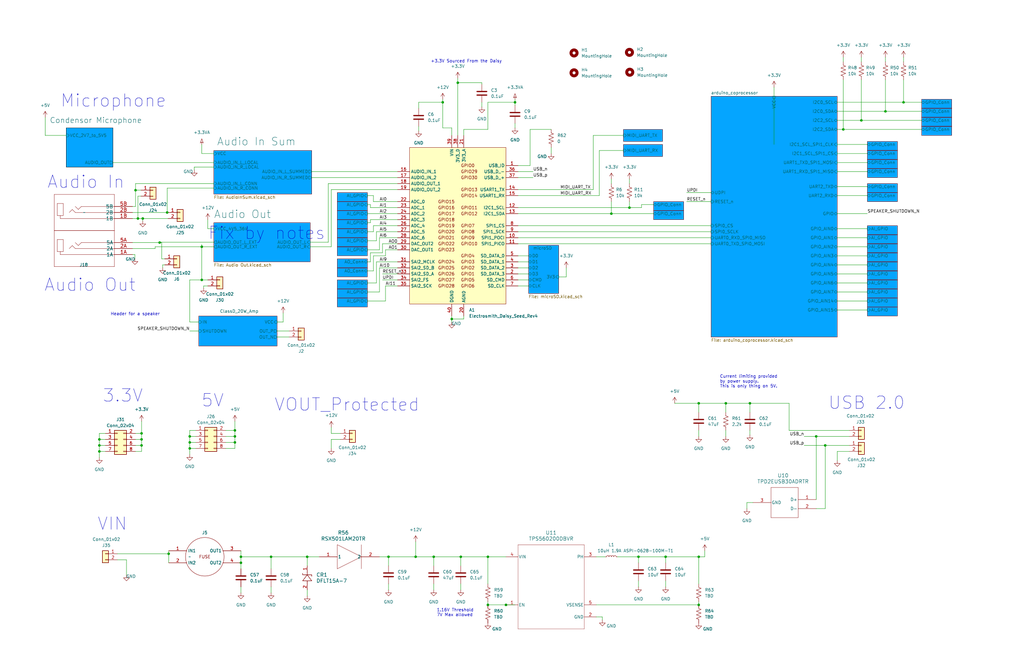
<source format=kicad_sch>
(kicad_sch (version 20230121) (generator eeschema)
  (paper "B")
  (junction (at 190.5 134.62))
  (junction (at 80.01 186.69))
  (junction (at 205.74 234.95))
  (junction (at 99.06 181.61))
  (junction (at 80.01 189.23))
  (junction (at 257.81 90.17))
  (junction (at 58.166 92.202))
  (junction (at 85.09 104.14))
  (junction (at 294.64 170.18))
  (junction (at 57.15 80.264))
  (junction (at 205.74 255.27))
  (junction (at 101.6 234.95))
  (junction (at 163.83 234.95))
  (junction (at 71.12 233.68))
  (junction (at 70.485 89.662))
  (junction (at 363.22 50.8))
  (junction (at 194.31 234.95))
  (junction (at 175.26 234.95))
  (junction (at 59.69 187.96))
  (junction (at 193.04 34.925))
  (junction (at 373.38 46.99))
  (junction (at 85.09 118.11))
  (junction (at 99.06 186.69))
  (junction (at 59.69 182.88))
  (junction (at 101.6 237.49))
  (junction (at 67.31 102.362))
  (junction (at 41.91 187.96))
  (junction (at 217.17 43.18))
  (junction (at 60.198 92.202))
  (junction (at 316.23 170.18))
  (junction (at 265.43 87.63))
  (junction (at 186.69 43.18))
  (junction (at 294.64 234.95))
  (junction (at 381 43.18))
  (junction (at 99.06 184.15))
  (junction (at 80.01 184.15))
  (junction (at 114.3 234.95))
  (junction (at 41.91 185.42))
  (junction (at 355.6 54.61))
  (junction (at 269.24 234.95))
  (junction (at 306.07 170.18))
  (junction (at 280.67 234.95))
  (junction (at 41.91 190.5))
  (junction (at 213.36 255.27))
  (junction (at 129.54 234.95))
  (junction (at 182.88 234.95))
  (junction (at 294.64 255.27))
  (junction (at 59.69 185.42))
  (junction (at 344.17 184.15))
  (junction (at 347.98 187.96))
  (wire (pts (xy 353.06 96.52) (xy 365.76 96.52)))
  (wire (pts (xy 217.17 255.27) (xy 213.36 255.27)))
  (wire (pts (xy 275.59 86.36) (xy 270.51 86.36)))
  (wire (pts (xy 44.45 182.88) (xy 41.91 182.88)))
  (wire (pts (xy 218.44 113.03) (xy 222.885 113.03)))
  (wire (pts (xy 70.485 89.662) (xy 70.866 89.662)))
  (wire (pts (xy 269.24 234.95) (xy 280.67 234.95)))
  (wire (pts (xy 85.09 118.11) (xy 87.63 118.11)))
  (wire (pts (xy 353.06 115.57) (xy 365.76 115.57)))
  (wire (pts (xy 139.7 180.34) (xy 139.7 182.88)))
  (wire (pts (xy 129.54 234.95) (xy 114.3 234.95)))
  (wire (pts (xy 353.06 54.61) (xy 355.6 54.61)))
  (wire (pts (xy 223.52 69.85) (xy 218.44 69.85)))
  (wire (pts (xy 353.06 46.99) (xy 373.38 46.99)))
  (wire (pts (xy 217.17 41.91) (xy 217.17 43.18)))
  (wire (pts (xy 158.75 110.49) (xy 167.64 110.49)))
  (wire (pts (xy 154.94 86.36) (xy 156.21 86.36)))
  (wire (pts (xy 353.06 104.14) (xy 365.76 104.14)))
  (wire (pts (xy 119.38 135.89) (xy 116.84 135.89)))
  (wire (pts (xy 332.74 181.61) (xy 332.74 170.18)))
  (wire (pts (xy 85.09 103.124) (xy 85.09 104.14)))
  (wire (pts (xy 139.7 185.42) (xy 139.7 189.23)))
  (wire (pts (xy 134.62 234.95) (xy 129.54 234.95)))
  (wire (pts (xy 161.29 102.87) (xy 167.64 102.87)))
  (wire (pts (xy 57.15 87.122) (xy 57.15 80.264)))
  (wire (pts (xy 265.43 75.565) (xy 265.43 77.47)))
  (wire (pts (xy 195.58 133.35) (xy 195.58 134.62)))
  (wire (pts (xy 80.01 139.7) (xy 83.82 139.7)))
  (wire (pts (xy 190.5 53.975) (xy 190.5 57.15)))
  (wire (pts (xy 154.94 90.17) (xy 167.64 90.17)))
  (wire (pts (xy 67.31 102.362) (xy 67.31 102.235)))
  (wire (pts (xy 114.3 234.95) (xy 114.3 240.03)))
  (wire (pts (xy 182.88 234.95) (xy 182.88 238.76)))
  (wire (pts (xy 218.44 100.33) (xy 299.847 100.33)))
  (wire (pts (xy 99.06 186.69) (xy 99.06 189.23)))
  (wire (pts (xy 167.64 105.41) (xy 162.56 105.41)))
  (wire (pts (xy 353.06 72.39) (xy 365.76 72.39)))
  (wire (pts (xy 156.21 87.63) (xy 167.64 87.63)))
  (wire (pts (xy 156.21 93.98) (xy 156.21 92.71)))
  (wire (pts (xy 67.31 102.235) (xy 90.17 102.235)))
  (wire (pts (xy 80.01 189.23) (xy 82.55 189.23)))
  (wire (pts (xy 101.6 234.95) (xy 101.6 237.49)))
  (wire (pts (xy 182.88 234.95) (xy 194.31 234.95)))
  (wire (pts (xy 57.15 182.88) (xy 59.69 182.88)))
  (wire (pts (xy 156.21 86.36) (xy 156.21 87.63)))
  (wire (pts (xy 332.74 170.18) (xy 316.23 170.18)))
  (wire (pts (xy 114.3 234.95) (xy 101.6 234.95)))
  (wire (pts (xy 344.17 184.15) (xy 358.14 184.15)))
  (wire (pts (xy 95.25 181.61) (xy 99.06 181.61)))
  (wire (pts (xy 223.52 54.61) (xy 223.52 69.85)))
  (wire (pts (xy 99.06 189.23) (xy 95.25 189.23)))
  (wire (pts (xy 224.79 74.93) (xy 218.44 74.93)))
  (wire (pts (xy 53.34 236.22) (xy 53.34 242.57)))
  (wire (pts (xy 353.06 50.8) (xy 363.22 50.8)))
  (wire (pts (xy 218.44 90.17) (xy 257.81 90.17)))
  (wire (pts (xy 129.54 234.95) (xy 129.54 238.76)))
  (wire (pts (xy 58.166 82.804) (xy 58.166 92.202)))
  (wire (pts (xy 49.53 233.68) (xy 71.12 233.68)))
  (wire (pts (xy 139.7 182.88) (xy 143.51 182.88)))
  (wire (pts (xy 154.94 119.38) (xy 158.75 119.38)))
  (wire (pts (xy 80.01 118.11) (xy 85.09 118.11)))
  (wire (pts (xy 160.02 123.19) (xy 160.02 113.03)))
  (wire (pts (xy 218.44 82.55) (xy 252.73 82.55)))
  (wire (pts (xy 81.915 70.485) (xy 90.17 70.485)))
  (wire (pts (xy 138.43 102.235) (xy 130.81 102.235)))
  (wire (pts (xy 154.94 127) (xy 162.56 127)))
  (wire (pts (xy 218.44 115.57) (xy 222.885 115.57)))
  (wire (pts (xy 373.38 33.655) (xy 373.38 46.99)))
  (wire (pts (xy 161.29 106.68) (xy 156.21 106.68)))
  (wire (pts (xy 41.91 190.5) (xy 44.45 190.5)))
  (wire (pts (xy 306.07 184.15) (xy 306.07 181.61)))
  (wire (pts (xy 99.06 184.15) (xy 99.06 186.69)))
  (wire (pts (xy 162.56 120.65) (xy 167.64 120.65)))
  (wire (pts (xy 161.29 102.87) (xy 161.29 106.68)))
  (wire (pts (xy 339.09 184.15) (xy 344.17 184.15)))
  (wire (pts (xy 194.31 246.38) (xy 194.31 248.92)))
  (wire (pts (xy 87.63 96.52) (xy 90.17 96.52)))
  (wire (pts (xy 70.485 79.375) (xy 70.485 89.662)))
  (wire (pts (xy 294.64 170.18) (xy 294.64 173.99)))
  (wire (pts (xy 316.23 181.61) (xy 316.23 183.515)))
  (wire (pts (xy 252.73 63.5) (xy 252.73 82.55)))
  (wire (pts (xy 163.83 234.95) (xy 175.26 234.95)))
  (wire (pts (xy 56.896 109.093) (xy 56.896 107.442)))
  (wire (pts (xy 99.06 177.8) (xy 99.06 181.61)))
  (wire (pts (xy 80.01 186.69) (xy 82.55 186.69)))
  (wire (pts (xy 186.69 53.975) (xy 190.5 53.975)))
  (wire (pts (xy 217.17 44.45) (xy 217.17 43.18)))
  (wire (pts (xy 57.15 185.42) (xy 59.69 185.42)))
  (wire (pts (xy 80.01 135.89) (xy 80.01 118.11)))
  (wire (pts (xy 203.2 43.18) (xy 203.2 45.085)))
  (wire (pts (xy 131.445 72.39) (xy 167.64 72.39)))
  (wire (pts (xy 353.06 190.5) (xy 353.06 194.31)))
  (wire (pts (xy 71.12 232.41) (xy 71.12 233.68)))
  (wire (pts (xy 193.04 34.925) (xy 193.04 57.15)))
  (wire (pts (xy 163.83 234.95) (xy 163.83 238.76)))
  (wire (pts (xy 95.25 184.15) (xy 99.06 184.15)))
  (wire (pts (xy 80.01 186.69) (xy 80.01 189.23)))
  (wire (pts (xy 139.7 80.01) (xy 167.64 80.01)))
  (wire (pts (xy 294.64 181.61) (xy 294.64 184.15)))
  (wire (pts (xy 85.09 64.77) (xy 90.17 64.77)))
  (wire (pts (xy 294.64 170.18) (xy 284.48 170.18)))
  (wire (pts (xy 218.44 87.63) (xy 265.43 87.63)))
  (wire (pts (xy 251.46 260.35) (xy 254 260.35)))
  (wire (pts (xy 157.48 82.55) (xy 157.48 85.09)))
  (wire (pts (xy 139.7 104.14) (xy 130.81 104.14)))
  (wire (pts (xy 314.96 212.09) (xy 314.96 214.63)))
  (wire (pts (xy 59.69 185.42) (xy 59.69 187.96)))
  (wire (pts (xy 186.69 43.18) (xy 186.69 53.975)))
  (wire (pts (xy 218.44 72.39) (xy 224.79 72.39)))
  (wire (pts (xy 157.48 95.25) (xy 167.64 95.25)))
  (wire (pts (xy 235.585 116.84) (xy 238.76 116.84)))
  (wire (pts (xy 175.26 234.95) (xy 182.88 234.95)))
  (wire (pts (xy 154.94 101.6) (xy 158.75 101.6)))
  (wire (pts (xy 81.915 71.755) (xy 81.915 70.485)))
  (wire (pts (xy 195.58 54.61) (xy 195.58 57.15)))
  (wire (pts (xy 294.64 246.38) (xy 294.64 234.95)))
  (wire (pts (xy 99.06 181.61) (xy 99.06 184.15)))
  (wire (pts (xy 161.29 118.11) (xy 167.64 118.11)))
  (wire (pts (xy 157.48 114.3) (xy 154.94 114.3)))
  (wire (pts (xy 156.21 106.68) (xy 156.21 110.49)))
  (wire (pts (xy 195.58 134.62) (xy 190.5 134.62)))
  (wire (pts (xy 59.436 82.804) (xy 58.166 82.804)))
  (wire (pts (xy 85.852 120.65) (xy 85.852 121.539)))
  (wire (pts (xy 353.06 119.38) (xy 365.76 119.38)))
  (wire (pts (xy 353.06 100.33) (xy 365.76 100.33)))
  (wire (pts (xy 186.69 41.91) (xy 186.69 43.18)))
  (wire (pts (xy 157.48 85.09) (xy 167.64 85.09)))
  (wire (pts (xy 69.469 109.22) (xy 68.199 109.22)))
  (wire (pts (xy 59.69 187.96) (xy 59.69 190.5)))
  (wire (pts (xy 218.44 107.95) (xy 222.885 107.95)))
  (wire (pts (xy 156.21 110.49) (xy 154.94 110.49)))
  (wire (pts (xy 175.26 228.6) (xy 175.26 234.95)))
  (wire (pts (xy 190.5 134.62) (xy 190.5 135.89)))
  (wire (pts (xy 257.81 75.565) (xy 257.81 77.47)))
  (wire (pts (xy 176.53 43.18) (xy 186.69 43.18)))
  (wire (pts (xy 160.02 234.95) (xy 163.83 234.95)))
  (wire (pts (xy 205.74 43.18) (xy 205.74 54.61)))
  (wire (pts (xy 355.6 54.61) (xy 388.62 54.61)))
  (wire (pts (xy 154.94 123.19) (xy 160.02 123.19)))
  (wire (pts (xy 138.43 77.47) (xy 167.64 77.47)))
  (wire (pts (xy 49.53 236.22) (xy 53.34 236.22)))
  (wire (pts (xy 260.35 234.95) (xy 269.24 234.95)))
  (wire (pts (xy 289.56 85.09) (xy 299.847 85.09)))
  (wire (pts (xy 85.09 104.14) (xy 65.405 104.14)))
  (wire (pts (xy 250.19 57.15) (xy 250.19 80.01)))
  (wire (pts (xy 41.91 190.5) (xy 41.91 193.04)))
  (wire (pts (xy 57.15 80.264) (xy 59.436 80.264)))
  (wire (pts (xy 306.07 170.18) (xy 294.64 170.18)))
  (wire (pts (xy 218.44 95.25) (xy 299.847 95.25)))
  (wire (pts (xy 116.84 139.7) (xy 121.92 139.7)))
  (wire (pts (xy 41.91 185.42) (xy 41.91 187.96)))
  (wire (pts (xy 353.06 127) (xy 365.76 127)))
  (wire (pts (xy 59.69 190.5) (xy 57.15 190.5)))
  (wire (pts (xy 71.12 233.68) (xy 71.12 237.49)))
  (wire (pts (xy 116.84 142.24) (xy 121.92 142.24)))
  (wire (pts (xy 339.09 187.96) (xy 347.98 187.96)))
  (wire (pts (xy 55.88 102.362) (xy 67.31 102.362)))
  (wire (pts (xy 297.18 232.41) (xy 297.18 234.95)))
  (wire (pts (xy 47.625 68.58) (xy 90.17 68.58)))
  (wire (pts (xy 353.06 68.58) (xy 365.76 68.58)))
  (wire (pts (xy 218.44 120.65) (xy 222.885 120.65)))
  (wire (pts (xy 358.14 181.61) (xy 332.74 181.61)))
  (wire (pts (xy 129.54 248.92) (xy 129.54 251.46)))
  (wire (pts (xy 154.94 105.41) (xy 160.02 105.41)))
  (wire (pts (xy 158.75 101.6) (xy 158.75 97.79)))
  (wire (pts (xy 68.199 102.362) (xy 67.31 102.362)))
  (wire (pts (xy 119.38 135.89) (xy 119.38 132.08)))
  (wire (pts (xy 60.198 92.202) (xy 60.198 93.218)))
  (wire (pts (xy 280.67 234.95) (xy 280.67 237.49)))
  (wire (pts (xy 41.91 182.88) (xy 41.91 185.42)))
  (wire (pts (xy 381 33.655) (xy 381 43.18)))
  (wire (pts (xy 163.83 246.38) (xy 163.83 248.92)))
  (wire (pts (xy 57.15 80.264) (xy 57.15 77.47)))
  (wire (pts (xy 158.75 119.38) (xy 158.75 110.49)))
  (wire (pts (xy 269.24 234.95) (xy 269.24 237.49)))
  (wire (pts (xy 218.44 80.01) (xy 250.19 80.01)))
  (wire (pts (xy 262.89 63.5) (xy 252.73 63.5)))
  (wire (pts (xy 19.05 57.15) (xy 19.05 49.53)))
  (wire (pts (xy 353.06 130.81) (xy 365.76 130.81)))
  (wire (pts (xy 316.23 170.18) (xy 316.23 173.99)))
  (wire (pts (xy 139.7 80.01) (xy 139.7 104.14)))
  (wire (pts (xy 232.41 62.23) (xy 232.41 64.77)))
  (wire (pts (xy 65.405 104.14) (xy 65.405 104.902)))
  (wire (pts (xy 58.166 92.202) (xy 60.198 92.202)))
  (wire (pts (xy 355.6 33.655) (xy 355.6 54.61)))
  (wire (pts (xy 80.01 189.23) (xy 80.01 191.77)))
  (wire (pts (xy 80.01 184.15) (xy 82.55 184.15)))
  (wire (pts (xy 381 43.18) (xy 388.62 43.18)))
  (wire (pts (xy 57.15 187.96) (xy 59.69 187.96)))
  (wire (pts (xy 143.51 185.42) (xy 139.7 185.42)))
  (wire (pts (xy 56.896 107.442) (xy 55.88 107.442)))
  (wire (pts (xy 41.91 187.96) (xy 41.91 190.5)))
  (wire (pts (xy 194.31 234.95) (xy 194.31 238.76)))
  (wire (pts (xy 217.17 52.07) (xy 217.17 53.975)))
  (wire (pts (xy 347.98 214.63) (xy 347.98 187.96)))
  (wire (pts (xy 232.41 54.61) (xy 223.52 54.61)))
  (wire (pts (xy 257.81 90.17) (xy 275.59 90.17)))
  (wire (pts (xy 353.06 43.18) (xy 381 43.18)))
  (wire (pts (xy 154.94 97.79) (xy 157.48 97.79)))
  (wire (pts (xy 347.98 187.96) (xy 358.14 187.96)))
  (wire (pts (xy 131.445 74.93) (xy 167.64 74.93)))
  (wire (pts (xy 87.63 92.71) (xy 87.63 96.52)))
  (wire (pts (xy 194.31 234.95) (xy 205.74 234.95)))
  (wire (pts (xy 162.56 127) (xy 162.56 120.65)))
  (wire (pts (xy 27.94 57.15) (xy 19.05 57.15)))
  (wire (pts (xy 41.91 185.42) (xy 44.45 185.42)))
  (wire (pts (xy 265.43 85.09) (xy 265.43 87.63)))
  (wire (pts (xy 306.07 170.18) (xy 306.07 173.99)))
  (wire (pts (xy 55.88 92.202) (xy 58.166 92.202)))
  (wire (pts (xy 68.199 102.362) (xy 68.199 109.22)))
  (wire (pts (xy 353.06 82.55) (xy 365.76 82.55)))
  (wire (pts (xy 114.3 247.65) (xy 114.3 250.19)))
  (wire (pts (xy 160.02 113.03) (xy 167.64 113.03)))
  (wire (pts (xy 218.44 118.11) (xy 222.885 118.11)))
  (wire (pts (xy 65.405 104.902) (xy 55.88 104.902)))
  (wire (pts (xy 101.6 237.49) (xy 101.6 240.03)))
  (wire (pts (xy 363.22 24.13) (xy 363.22 26.035)))
  (wire (pts (xy 57.15 77.47) (xy 90.17 77.47)))
  (wire (pts (xy 156.21 92.71) (xy 167.64 92.71)))
  (wire (pts (xy 90.17 79.375) (xy 70.485 79.375)))
  (wire (pts (xy 289.56 81.28) (xy 299.847 81.28)))
  (wire (pts (xy 85.09 60.96) (xy 85.09 64.77)))
  (wire (pts (xy 203.2 34.925) (xy 193.04 34.925)))
  (wire (pts (xy 218.44 97.79) (xy 299.847 97.79)))
  (wire (pts (xy 41.91 187.96) (xy 44.45 187.96)))
  (wire (pts (xy 363.22 33.655) (xy 363.22 50.8)))
  (wire (pts (xy 154.94 82.55) (xy 157.48 82.55)))
  (wire (pts (xy 190.5 133.35) (xy 190.5 134.62)))
  (wire (pts (xy 250.19 57.15) (xy 262.89 57.15)))
  (wire (pts (xy 205.74 255.27) (xy 213.36 255.27)))
  (wire (pts (xy 218.44 110.49) (xy 222.885 110.49)))
  (wire (pts (xy 69.469 111.76) (xy 68.58 111.76)))
  (wire (pts (xy 363.22 50.8) (xy 388.62 50.8)))
  (wire (pts (xy 205.74 254) (xy 205.74 255.27)))
  (wire (pts (xy 353.06 111.76) (xy 365.76 111.76)))
  (wire (pts (xy 205.74 234.95) (xy 205.74 246.38)))
  (wire (pts (xy 251.46 234.95) (xy 255.27 234.95)))
  (wire (pts (xy 176.53 53.34) (xy 176.53 55.245)))
  (wire (pts (xy 101.6 232.41) (xy 101.6 234.95)))
  (wire (pts (xy 270.51 86.36) (xy 270.51 87.63)))
  (wire (pts (xy 254 260.35) (xy 254 261.62)))
  (wire (pts (xy 205.74 54.61) (xy 195.58 54.61)))
  (wire (pts (xy 80.01 181.61) (xy 80.01 184.15)))
  (wire (pts (xy 353.06 123.19) (xy 365.76 123.19)))
  (wire (pts (xy 160.02 105.41) (xy 160.02 100.33)))
  (wire (pts (xy 176.53 45.72) (xy 176.53 43.18)))
  (wire (pts (xy 326.39 36.83) (xy 326.39 60.96)))
  (wire (pts (xy 83.82 135.89) (xy 80.01 135.89)))
  (wire (pts (xy 161.29 115.57) (xy 167.64 115.57)))
  (wire (pts (xy 162.56 107.95) (xy 157.48 107.95)))
  (wire (pts (xy 269.24 245.11) (xy 269.24 247.65)))
  (wire (pts (xy 203.2 35.56) (xy 203.2 34.925)))
  (wire (pts (xy 154.94 93.98) (xy 156.21 93.98)))
  (wire (pts (xy 353.06 90.17) (xy 365.76 90.17)))
  (wire (pts (xy 85.09 104.14) (xy 90.17 104.14)))
  (wire (pts (xy 55.88 89.662) (xy 70.485 89.662)))
  (wire (pts (xy 101.6 247.65) (xy 101.6 250.19)))
  (wire (pts (xy 358.14 190.5) (xy 353.06 190.5)))
  (wire (pts (xy 158.75 97.79) (xy 167.64 97.79)))
  (wire (pts (xy 138.43 77.47) (xy 138.43 102.235)))
  (wire (pts (xy 317.5 212.09) (xy 314.96 212.09)))
  (wire (pts (xy 373.38 24.13) (xy 373.38 26.035)))
  (wire (pts (xy 193.04 33.02) (xy 193.04 34.925)))
  (wire (pts (xy 82.55 181.61) (xy 80.01 181.61)))
  (wire (pts (xy 270.51 87.63) (xy 265.43 87.63)))
  (wire (pts (xy 294.64 234.95) (xy 280.67 234.95)))
  (wire (pts (xy 280.67 245.11) (xy 280.67 247.65)))
  (wire (pts (xy 157.48 107.95) (xy 157.48 114.3)))
  (wire (pts (xy 80.01 184.15) (xy 80.01 186.69)))
  (wire (pts (xy 381 24.13) (xy 381 26.035)))
  (wire (pts (xy 157.48 97.79) (xy 157.48 95.25)))
  (wire (pts (xy 68.58 111.76) (xy 68.58 112.903)))
  (wire (pts (xy 238.76 113.03) (xy 238.76 116.84)))
  (wire (pts (xy 355.6 24.13) (xy 355.6 26.035)))
  (wire (pts (xy 353.06 60.96) (xy 365.76 60.96)))
  (wire (pts (xy 353.06 78.74) (xy 365.76 78.74)))
  (wire (pts (xy 218.44 102.87) (xy 299.847 102.87)))
  (wire (pts (xy 294.64 254) (xy 294.64 255.27)))
  (wire (pts (xy 59.69 177.8) (xy 59.69 182.88)))
  (wire (pts (xy 373.38 46.99) (xy 388.62 46.99)))
  (wire (pts (xy 160.02 100.33) (xy 167.64 100.33)))
  (wire (pts (xy 60.198 92.202) (xy 70.866 92.202)))
  (wire (pts (xy 353.06 64.77) (xy 365.76 64.77)))
  (wire (pts (xy 85.09 104.14) (xy 85.09 118.11)))
  (wire (pts (xy 251.46 255.27) (xy 294.64 255.27)))
  (wire (pts (xy 344.17 214.63) (xy 347.98 214.63)))
  (wire (pts (xy 95.25 186.69) (xy 99.06 186.69)))
  (wire (pts (xy 87.63 120.65) (xy 85.852 120.65)))
  (wire (pts (xy 59.69 182.88) (xy 59.69 185.42)))
  (wire (pts (xy 344.17 210.82) (xy 344.17 184.15)))
  (wire (pts (xy 57.15 87.122) (xy 55.88 87.122)))
  (wire (pts (xy 353.06 107.95) (xy 365.76 107.95)))
  (wire (pts (xy 257.81 85.09) (xy 257.81 90.17)))
  (wire (pts (xy 182.88 246.38) (xy 182.88 248.92)))
  (wire (pts (xy 162.56 105.41) (xy 162.56 107.95)))
  (wire (pts (xy 297.18 234.95) (xy 294.64 234.95)))
  (wire (pts (xy 205.74 234.95) (xy 213.36 234.95)))
  (wire (pts (xy 316.23 170.18) (xy 306.07 170.18)))
  (wire (pts (xy 217.17 43.18) (xy 205.74 43.18)))
  (text "VOUT_Protected" (at 115.57 173.99 0) (effects (font (size 5.27 5.27)) (justify left bottom)))
  (text "5V" (at 84.836 172.212 0) (effects (font (size 5.27 5.27)) (justify left bottom)))
  (text "Speaker Driver" (at 459.74 109.22 0) (effects (font (size 5.27 5.27)) (justify left bottom)))
  (text "1.16V Threshold\n7V Max allowed" (at 184.15 260.35 0) (effects (font (size 1.27 1.27)) (justify left bottom)))
  (text "+3.3V Sourced From the Daisy" (at 181.61 26.67 0) (effects (font (size 1.27 1.27)) (justify left bottom)))
  (text "NIce Looking LEDs\n" (at 459.74 59.69 0) (effects (font (size 5.27 5.27)) (justify left bottom)))
  (text "USB 2.0" (at 349.123 173.228 0) (effects (font (size 5.27 5.27)) (justify left bottom)))
  (text "Eurorack +-10V compatibility?\n\nAdd op amp that can be configured for either?" (at 459.74 125.73 0) (effects (font (size 5.27 5.27)) (justify left bottom)))
  (text "3.3V" (at 43.18 170.18 0) (effects (font (size 5.27 5.27)) (justify left bottom)))
  (text "Power/Battery connector/Input protection\n" (at 459.74 87.63 0) (effects (font (size 5.27 5.27)) (justify left bottom)))
  (text "ESD Protection?" (at 459.74 -8.89 0) (effects (font (size 5.27 5.27)) (justify left bottom)))
  (text "VIN" (at 53.721 224.282 0) (effects (font (size 5.27 5.27)) (justify right bottom)))
  (text "USB Host" (at 463.55 41.91 0) (effects (font (size 5.27 5.27)) (justify left bottom)))
  (text "Microphone" (at 25.4 45.72 0) (effects (font (size 5.27 5.27)) (justify left bottom)))
  (text "Header for a speaker" (at 46.609 133.35 0) (effects (font (size 1.27 1.27)) (justify left bottom)))
  (text "Audio Out" (at 18.542 123.444 0) (effects (font (size 5.27 5.27)) (justify left bottom)))
  (text "Audio In" (at 19.812 80.01 0) (effects (font (size 5.27 5.27)) (justify left bottom)))
  (text "Sprinkle Decoupling\nBulk Decoupling" (at 459.74 13.97 0) (effects (font (size 5.27 5.27)) (justify left bottom)))
  (text "Current limiting provided\nby power supply.\nThis is only thing on 5V." (at 303.53 163.83 0) (effects (font (size 1.27 1.27)) (justify left bottom)))
  (text "Accelerometer/Magnometer/Gyroscope/Temperature Sensor" (at 640.08 21.59 0) (effects (font (size 5.27 5.27)) (justify left bottom)))
  (text "Fix by notes" (at 87.63 101.6 0) (effects (font (size 5.27 5.27)) (justify left bottom)))
  (label "AI2" (at 160.02 90.17 0))
  (label "RESET_n" (at 161.29 115.57 0))
  (label "SPEAKER_SHUTDOWN_N" (at 365.76 90.17 0))
  (label "AO1" (at 163.83 105.41 0))
  (label "SPEAKER_SHUTDOWN_N" (at 80.01 139.7 180))
  (label "AI5" (at 160.02 97.79 0))
  (label "AO0" (at 163.83 102.87 0))
  (label "AI9" (at 160.02 110.49 0))
  (label "UPDI" (at 289.56 81.28 0))
  (label "RESET_n" (at 289.56 85.09 0))
  (label "USB_n" (at 224.79 72.39 0))
  (label "AI3" (at 160.02 92.71 0))
  (label "AI1" (at 160.02 87.63 0))
  (label "AI0" (at 160.02 85.09 0))
  (label "AI6" (at 160.02 100.33 0))
  (label "MIDI_UART_TX" (at 236.22 80.01 0))
  (label "UPDI" (at 161.29 118.11 0))
  (label "MIDI_UART_RX" (at 236.22 82.55 0))
  (label "USB_p" (at 224.79 74.93 0))
  (label "USB_p" (at 339.09 187.96 180))
  (label "AI10" (at 160.02 113.03 0))
  (label "AI11" (at 162.56 120.65 0))
  (label "USB_n" (at 339.09 184.15 180))
  (label "AI4" (at 160.02 95.25 0))
  (symbol (lib_id "Device:R_US") (at 265.43 81.28 0) (unit 1)
    (property "Reference" "R11" (at 267.335 80.01 0) (effects (justify left)))
    (property "Value" "10k" (at 267.335 82.55 0) (effects (justify left)))
    (property "Footprint" "Resistor_SMD:R_0402_1005Metric" (effects hide))
  )
  (symbol (lib_id "Device:R_US") (at 355.6 29.845 0) (unit 1)
    (property "Reference" "R48" (at 357.505 28.575 0) (effects (justify left)))
    (property "Value" "10k" (at 357.505 31.115 0) (effects (justify left)))
    (property "Footprint" "Resistor_SMD:R_0402_1005Metric" (effects hide))
  )
  (symbol (lib_id "power:GND") (at 85.852 121.539 0) (unit 1)
    (property "Reference" "#PWR055" (effects hide))
    (property "Value" "GND" (at 85.852 126.619 0))
  )
  (symbol (lib_id "power:GND") (at 176.53 55.245 0) (unit 1)
    (property "Reference" "#PWR016" (effects hide))
    (property "Value" "GND" (at 176.53 60.325 0))
  )
  (symbol (lib_id "4ms_Power-symbol:+12V") (at 139.7 180.34 0) (unit 1)
    (property "Reference" "#PWR0152" (effects hide))
    (property "Value" "+12V" (at 139.7 175.26 0))
  )
  (symbol (lib_id "4ms_Connector:Conn_01x02") (at 148.59 182.88 0) (unit 1)
    (property "Reference" "J34" (at 148.59 191.389 0))
    (property "Value" "Conn_01x02" (at 148.59 188.849 0))
    (property "Footprint" "Connector_PinHeader_2.54mm:PinHeader_1x02_P2.54mm_Vertical" (effects hide))
    (property "Specifications" "Pins_01x02, Header, Male Pins, 1*2, spacing 2.54mm, straight pin" (effects hide))
    (property "Manufacturer" "TAD" (effects hide))
    (property "Part Number" "1-0201FBV0T" (effects hide))
  )
  (symbol (lib_id "4ms_Connector:Conn_01x02") (at 363.22 181.61 0) (unit 1)
    (property "Reference" "J33" (at 362.839 178.054 0))
    (property "Value" "Conn_01x02" (at 362.839 175.514 0))
    (property "Footprint" "Connector_PinHeader_2.54mm:PinHeader_1x02_P2.54mm_Vertical" (effects hide))
    (property "Specifications" "Pins_01x02, Header, Male Pins, 1*2, spacing 2.54mm, straight pin" (effects hide))
    (property "Manufacturer" "TAD" (effects hide))
    (property "Part Number" "1-0201FBV0T" (effects hide))
  )
  (symbol (lib_id "Device:R_US") (at 257.81 81.28 0) (unit 1)
    (property "Reference" "R6" (at 259.715 80.01 0) (effects (justify left)))
    (property "Value" "10k" (at 259.715 82.55 0) (effects (justify left)))
    (property "Footprint" "Resistor_SMD:R_0402_1005Metric" (effects hide))
  )
  (symbol (lib_id "power:GND") (at 316.23 183.515 0) (unit 1)
    (property "Reference" "#PWR0162" (effects hide))
    (property "Value" "GND" (at 316.23 188.595 0))
  )
  (symbol (lib_id "power:+3.3V") (at 193.04 33.02 0) (unit 1)
    (property "Reference" "#PWR013" (effects hide))
    (property "Value" "+3.3V" (at 193.04 27.94 0))
  )
  (symbol (lib_id "power:GND") (at 80.01 191.77 0) (unit 1)
    (property "Reference" "#PWR0153" (effects hide))
    (property "Value" "GND" (at 80.01 196.85 0))
  )
  (symbol (lib_id "power:GND") (at 41.91 193.04 0) (unit 1)
    (property "Reference" "#PWR0151" (effects hide))
    (property "Value" "GND" (at 41.91 198.12 0))
  )
  (symbol (lib_id "power:GND") (at 280.67 247.65 0) (unit 1)
    (property "Reference" "#PWR0163" (effects hide))
    (property "Value" "GND" (at 280.67 252.73 0))
  )
  (symbol (lib_id "Mechanical:MountingHole") (at 242.062 22.352 0) (unit 1)
    (property "Reference" "H1" (at 245.11 21.082 0) (effects (justify left)))
    (property "Value" "MountingHole" (at 245.11 23.622 0) (effects (justify left)))
    (property "Footprint" "MountingHole:MountingHole_3.2mm_M3_DIN965_Pad" (effects hide))
  )
  (symbol (lib_id "power:GND") (at 294.64 262.89 0) (unit 1)
    (property "Reference" "#PWR0164" (effects hide))
    (property "Value" "GND" (at 298.45 265.43 0))
  )
  (symbol (lib_id "Device:C") (at 163.83 242.57 0) (unit 1)
    (property "Reference" "C59" (at 167.64 241.3 0) (effects (justify left)))
    (property "Value" "0.1uF" (at 167.64 243.84 0) (effects (justify left)))
    (property "Footprint" "Capacitor_SMD:C_0402_1005Metric" (effects hide))
  )
  (symbol (lib_id "power:GND") (at 53.34 242.57 0) (unit 1)
    (property "Reference" "#PWR0139" (effects hide))
    (property "Value" "GND" (at 55.245 243.205 0))
  )
  (symbol (lib_id "4ms_Power-symbol:+12V") (at 87.63 92.71 0) (unit 1)
    (property "Reference" "#PWR0168" (effects hide))
    (property "Value" "+12V" (at 87.63 87.63 0))
  )
  (symbol (lib_id "Device:C") (at 194.31 242.57 0) (unit 1)
    (property "Reference" "C65" (at 198.12 241.3 0) (effects (justify left)))
    (property "Value" "0.1uF" (at 198.12 243.84 0) (effects (justify left)))
    (property "Footprint" "Capacitor_SMD:C_0402_1005Metric" (effects hide))
  )
  (symbol (lib_id "power:+5V") (at 297.18 232.41 0) (unit 1)
    (property "Reference" "#PWR0157" (effects hide))
    (property "Value" "+5V" (at 297.18 227.33 0))
  )
  (symbol (lib_id "Ultralibrarian_modified_symbols:STX-4235-3-3-N") (at 35.56 89.662 0) (mirror x) (unit 1)
    (property "Reference" "J18" (at 35.306 111.76 0))
    (property "Value" "~" (at 35.56 89.662 0))
    (property "Footprint" "Ultralibrarian:STX-4235-3-3-N" (effects hide))
  )
  (symbol (lib_id "Device:C") (at 176.53 49.53 0) (unit 1)
    (property "Reference" "C6" (at 180.34 48.26 0) (effects (justify left)))
    (property "Value" "0.1uF" (at 180.34 50.8 0) (effects (justify left)))
    (property "Footprint" "Capacitor_SMD:C_0603_1608Metric" (effects hide))
    (property "Specs" "0603, 16V" (effects hide))
  )
  (symbol (lib_id "Device:C") (at 114.3 243.84 0) (unit 1)
    (property "Reference" "C58" (at 118.11 242.57 0) (effects (justify left)))
    (property "Value" "0.1uF" (at 118.11 245.11 0) (effects (justify left)))
    (property "Footprint" "Capacitor_SMD:C_0402_1005Metric" (effects hide))
  )
  (symbol (lib_id "power:+3.3V") (at 355.6 24.13 0) (unit 1)
    (property "Reference" "#PWR052" (effects hide))
    (property "Value" "+3.3V" (at 355.6 19.05 0))
  )
  (symbol (lib_id "4ms_Power-symbol:+3.3VA") (at 85.09 60.96 0) (unit 1)
    (property "Reference" "#PWR0144" (effects hide))
    (property "Value" "+3.3VA" (at 85.09 55.88 0))
  )
  (symbol (lib_id "power:GND") (at 294.64 184.15 0) (unit 1)
    (property "Reference" "#PWR0160" (effects hide))
    (property "Value" "GND" (at 294.64 189.23 0))
  )
  (symbol (lib_id "Mechanical:MountingHole") (at 265.43 22.098 0) (unit 1)
    (property "Reference" "H2" (at 268.478 20.828 0) (effects (justify left)))
    (property "Value" "MountingHole" (at 268.478 23.368 0) (effects (justify left)))
    (property "Footprint" "MountingHole:MountingHole_3.2mm_M3_DIN965_Pad" (effects hide))
  )
  (symbol (lib_id "Device:R_US") (at 232.41 58.42 0) (unit 1)
    (property "Reference" "R62" (at 234.95 57.15 0) (effects (justify left)))
    (property "Value" "0" (at 234.95 59.69 0) (effects (justify left)))
    (property "Footprint" "Resistor_SMD:R_0402_1005Metric" (effects hide))
  )
  (symbol (lib_id "power:GND") (at 254 261.62 0) (unit 1)
    (property "Reference" "#PWR0165" (effects hide))
    (property "Value" "GND" (at 257.81 264.16 0))
  )
  (symbol (lib_id "Device:C") (at 294.64 177.8 0) (unit 1)
    (property "Reference" "C61" (at 298.45 176.53 0) (effects (justify left)))
    (property "Value" "47uF" (at 298.45 179.07 0) (effects (justify left)))
    (property "Footprint" "Capacitor_SMD:C_0805_2012Metric" (effects hide))
  )
  (symbol (lib_id "power:GND") (at 314.96 214.63 0) (unit 1)
    (property "Reference" "#PWR073" (effects hide))
    (property "Value" "GND" (at 314.96 219.71 0))
  )
  (symbol (lib_id "power:GND") (at 182.88 248.92 0) (unit 1)
    (property "Reference" "#PWR0147" (effects hide))
    (property "Value" "GND" (at 182.88 254 0))
  )
  (symbol (lib_id "Device:C") (at 203.2 39.37 0) (unit 1)
    (property "Reference" "C3" (at 207.01 38.1 0) (effects (justify left)))
    (property "Value" "0.1uF" (at 207.01 40.64 0) (effects (justify left)))
    (property "Footprint" "Capacitor_SMD:C_0402_1005Metric" (effects hide))
  )
  (symbol (lib_id "Device:C") (at 280.67 241.3 0) (unit 1)
    (property "Reference" "C64" (at 284.48 240.03 0) (effects (justify left)))
    (property "Value" "10uF" (at 284.48 242.57 0) (effects (justify left)))
    (property "Footprint" "Capacitor_SMD:C_0603_1608Metric" (effects hide))
  )
  (symbol (lib_id "2023-10-02_10-27-03:TPD2EUSB30ADRTR") (at 344.17 210.82 0) (mirror y) (unit 1)
    (property "Reference" "U10" (at 330.2 200.66 0) (effects (font (size 1.524 1.524))))
    (property "Value" "TPD2EUSB30ADRTR" (at 330.2 203.2 0) (effects (font (size 1.524 1.524))))
    (property "Footprint" "DRT3" (effects hide))
    (property "Datasheet" "TPD2EUSB30ADRTR" (effects hide))
  )
  (symbol (lib_id "power:+3.3V") (at 326.39 36.83 0) (unit 1)
    (property "Reference" "#PWR05" (effects hide))
    (property "Value" "+3.3V" (at 326.39 31.75 0))
  )
  (symbol (lib_id "4ms_Connector:Conn_02x04") (at 49.53 185.42 0) (unit 1)
    (property "Reference" "J31" (at 50.8 177.038 0))
    (property "Value" "Conn_02x04" (at 50.8 179.578 0))
    (property "Footprint" "Connector_PinHeader_2.54mm:PinHeader_2x04_P2.54mm_Vertical" (effects hide))
    (property "Specifications" "HEADER 2x4 MALE PINS 0.100” 180deg" (effects hide))
    (property "Manufacturer" "TAD" (effects hide))
    (property "Part Number" "1-0802FBV0T" (effects hide))
  )
  (symbol (lib_id "power:+3.3V") (at 363.22 24.13 0) (unit 1)
    (property "Reference" "#PWR053" (effects hide))
    (property "Value" "+3.3V" (at 363.22 19.05 0))
  )
  (symbol (lib_id "4ms_Connector:Conn_01x02") (at 75.946 89.662 0) (unit 1)
    (property "Reference" "J25" (at 75.946 98.171 0))
    (property "Value" "Conn_01x02" (at 75.946 95.631 0))
    (property "Footprint" "Connector_PinHeader_2.54mm:PinHeader_1x02_P2.54mm_Vertical" (effects hide))
    (property "Specifications" "Pins_01x02, Header, Male Pins, 1*2, spacing 2.54mm, straight pin" (effects hide))
    (property "Manufacturer" "TAD" (effects hide))
    (property "Part Number" "1-0201FBV0T" (effects hide))
  )
  (symbol (lib_id "power:+3.3V") (at 59.69 177.8 0) (unit 1)
    (property "Reference" "#PWR0150" (effects hide))
    (property "Value" "+3.3V" (at 59.69 172.72 0))
  )
  (symbol (lib_id "power:GND") (at 190.5 135.89 0) (unit 1)
    (property "Reference" "#PWR01" (effects hide))
    (property "Value" "GND" (at 192.405 136.525 0))
  )
  (symbol (lib_id "power:GND") (at 81.915 71.755 0) (unit 1)
    (property "Reference" "#PWR029" (effects hide))
    (property "Value" "GND" (at 79.375 72.39 0))
  )
  (symbol (lib_id "power:GND") (at 232.41 64.77 0) (unit 1)
    (property "Reference" "#PWR0156" (effects hide))
    (property "Value" "GND" (at 228.6 66.04 0))
  )
  (symbol (lib_id "Device:R_US") (at 205.74 250.19 0) (unit 1)
    (property "Reference" "R59" (at 208.28 248.92 0) (effects (justify left)))
    (property "Value" "TBD" (at 208.28 251.46 0) (effects (justify left)))
    (property "Footprint" "Resistor_SMD:R_0402_1005Metric" (effects hide))
  )
  (symbol (lib_id "2023-10-02_00-55-35:DFLT15A-7") (at 129.54 248.92 90) (unit 1)
    (property "Reference" "CR1" (at 133.35 242.57 90) (effects (font (size 1.524 1.524)) (justify right)))
    (property "Value" "DFLT15A-7" (at 133.35 245.11 90) (effects (font (size 1.524 1.524)) (justify right)))
    (property "Footprint" "ZDO_POWERDI123_DIO" (effects hide))
    (property "Datasheet" "DFLT15A-7" (effects hide))
  )
  (symbol (lib_id "power:GND") (at 163.83 248.92 0) (unit 1)
    (property "Reference" "#PWR0143" (effects hide))
    (property "Value" "GND" (at 163.83 254 0))
  )
  (symbol (lib_id "power:GND") (at 353.06 194.31 0) (unit 1)
    (property "Reference" "#PWR072" (effects hide))
    (property "Value" "GND" (at 353.06 199.39 0))
  )
  (symbol (lib_id "MCU_Module:Electrosmith_Daisy_Seed_Rev4") (at 193.04 95.25 0) (unit 1)
    (property "Reference" "A1" (at 197.7741 130.81 0) (effects (justify left)))
    (property "Value" "Electrosmith_Daisy_Seed_Rev4" (at 197.7741 133.35 0) (effects (justify left)))
    (property "Footprint" "Module:Electrosmith_Daisy_Seed" (effects hide))
    (property "Datasheet" "https://static1.squarespace.com/static/58d03fdc1b10e3bf442567b8/t/6227e6236f02fb68d1577146/1646781988478/Daisy_Seed_datasheet_v1.0.3.pdf" (effects hide))
  )
  (symbol (lib_id "power:GND") (at 129.54 251.46 0) (unit 1)
    (property "Reference" "#PWR0142" (effects hide))
    (property "Value" "GND" (at 129.54 256.54 0))
  )
  (symbol (lib_id "power:GND") (at 101.6 250.19 0) (unit 1)
    (property "Reference" "#PWR0140" (effects hide))
    (property "Value" "GND" (at 101.6 255.27 0))
  )
  (symbol (lib_id "2023-10-05_01-44-07:TPS560200DBVR") (at 231.14 247.65 0) (unit 1)
    (property "Reference" "U11" (at 232.41 224.79 0) (effects (font (size 1.524 1.524))))
    (property "Value" "TPS560200DBVR" (at 232.41 227.33 0) (effects (font (size 1.524 1.524))))
    (property "Footprint" "DBV0005A_N" (effects hide))
    (property "Datasheet" "TPS560200DBVR" (effects hide))
  )
  (symbol (lib_id "Device:R_US") (at 363.22 29.845 0) (unit 1)
    (property "Reference" "R49" (at 365.125 28.575 0) (effects (justify left)))
    (property "Value" "10k" (at 365.125 31.115 0) (effects (justify left)))
    (property "Footprint" "Resistor_SMD:R_0402_1005Metric" (effects hide))
  )
  (symbol (lib_id "power:GND") (at 114.3 250.19 0) (unit 1)
    (property "Reference" "#PWR0141" (effects hide))
    (property "Value" "GND" (at 114.3 255.27 0))
  )
  (symbol (lib_id "power:GND") (at 306.07 184.15 0) (unit 1)
    (property "Reference" "#PWR0161" (effects hide))
    (property "Value" "GND" (at 306.07 189.23 0))
  )
  (symbol (lib_id "Device:L_Small") (at 257.81 234.95 90) (unit 1)
    (property "Reference" "L1" (at 257.81 229.87 90))
    (property "Value" "10uH 1.9A ASPI-0628-100M-T1" (at 267.97 232.41 90))
    (property "Footprint" "10uHInductor:ASPI-0628_ASPI-0628-4R7M-T1_ABR" (effects hide))
  )
  (symbol (lib_id "Device:R_US") (at 381 29.845 0) (unit 1)
    (property "Reference" "R51" (at 382.905 28.575 0) (effects (justify left)))
    (property "Value" "10k" (at 382.905 31.115 0) (effects (justify left)))
    (property "Footprint" "Resistor_SMD:R_0402_1005Metric" (effects hide))
  )
  (symbol (lib_id "4ms_Connector:Conn_01x02") (at 44.45 233.68 0) (mirror y) (unit 1)
    (property "Reference" "J35" (at 44.831 230.124 0))
    (property "Value" "Conn_01x02" (at 44.831 227.584 0))
    (property "Footprint" "Connector_PinHeader_2.54mm:PinHeader_1x02_P2.54mm_Vertical" (effects hide))
    (property "Specifications" "Pins_01x02, Header, Male Pins, 1*2, spacing 2.54mm, straight pin" (effects hide))
    (property "Manufacturer" "TAD" (effects hide))
    (property "Part Number" "1-0201FBV0T" (effects hide))
  )
  (symbol (lib_id "4ms_Connector:Conn_01x02") (at 127 139.7 0) (unit 1)
    (property "Reference" "J2" (at 127 148.209 0))
    (property "Value" "Conn_01x02" (at 127 145.669 0))
    (property "Footprint" "Connector_PinHeader_2.54mm:PinHeader_1x02_P2.54mm_Vertical" (effects hide))
    (property "Specifications" "Pins_01x02, Header, Male Pins, 1*2, spacing 2.54mm, straight pin" (effects hide))
    (property "Manufacturer" "TAD" (effects hide))
    (property "Part Number" "1-0201FBV0T" (effects hide))
  )
  (symbol (lib_id "power:GND") (at 203.2 45.085 0) (unit 1)
    (property "Reference" "#PWR014" (effects hide))
    (property "Value" "GND" (at 203.2 50.165 0))
  )
  (symbol (lib_id "power:GND") (at 269.24 247.65 0) (unit 1)
    (property "Reference" "#PWR0146" (effects hide))
    (property "Value" "GND" (at 269.24 252.73 0))
  )
  (symbol (lib_id "4ms_Connector:Conn_02x04") (at 87.63 184.15 0) (unit 1)
    (property "Reference" "J26" (at 88.9 175.768 0))
    (property "Value" "Conn_02x04" (at 88.9 178.308 0))
    (property "Footprint" "Connector_PinHeader_2.54mm:PinHeader_2x04_P2.54mm_Vertical" (effects hide))
    (property "Specifications" "HEADER 2x4 MALE PINS 0.100” 180deg" (effects hide))
    (property "Manufacturer" "TAD" (effects hide))
    (property "Part Number" "1-0802FBV0T" (effects hide))
  )
  (symbol (lib_id "Device:C") (at 101.6 243.84 0) (unit 1)
    (property "Reference" "C57" (at 105.41 242.57 0) (effects (justify left)))
    (property "Value" "0.1uF" (at 105.41 245.11 0) (effects (justify left)))
    (property "Footprint" "Capacitor_SMD:C_0402_1005Metric" (effects hide))
  )
  (symbol (lib_id "Mechanical:MountingHole") (at 265.557 30.48 0) (unit 1)
    (property "Reference" "H3" (at 268.605 29.21 0) (effects (justify left)))
    (property "Value" "MountingHole" (at 268.605 31.75 0) (effects (justify left)))
    (property "Footprint" "MountingHole:MountingHole_3.2mm_M3_DIN965_Pad" (effects hide))
  )
  (symbol (lib_id "Mechanical:MountingHole") (at 242.062 30.734 0) (unit 1)
    (property "Reference" "H4" (at 245.11 29.464 0) (effects (justify left)))
    (property "Value" "MountingHole" (at 245.11 32.004 0) (effects (justify left)))
    (property "Footprint" "MountingHole:MountingHole_3.2mm_M3_DIN965_Pad" (effects hide))
  )
  (symbol (lib_id "Device:R_US") (at 294.64 259.08 0) (unit 1)
    (property "Reference" "R64" (at 297.18 257.81 0) (effects (justify left)))
    (property "Value" "TBD" (at 297.18 260.35 0) (effects (justify left)))
    (property "Footprint" "Resistor_SMD:R_0402_1005Metric" (effects hide))
  )
  (symbol (lib_id "power:+3.3V") (at 238.76 113.03 0) (unit 1)
    (property "Reference" "#PWR03" (effects hide))
    (property "Value" "+3.3V" (at 238.76 107.95 0))
  )
  (symbol (lib_id "4ms_Connector:Conn_01x02") (at 64.516 80.264 0) (unit 1)
    (property "Reference" "J24" (at 64.516 88.773 0))
    (property "Value" "Conn_01x02" (at 64.516 86.233 0))
    (property "Footprint" "Connector_PinHeader_2.54mm:PinHeader_1x02_P2.54mm_Vertical" (effects hide))
    (property "Specifications" "Pins_01x02, Header, Male Pins, 1*2, spacing 2.54mm, straight pin" (effects hide))
    (property "Manufacturer" "TAD" (effects hide))
    (property "Part Number" "1-0201FBV0T" (effects hide))
  )
  (symbol (lib_id "Device:C") (at 269.24 241.3 0) (unit 1)
    (property "Reference" "C63" (at 273.05 240.03 0) (effects (justify left)))
    (property "Value" "10uF" (at 273.05 242.57 0) (effects (justify left)))
    (property "Footprint" "Capacitor_SMD:C_0603_1608Metric" (effects hide))
  )
  (symbol (lib_id "power:GND") (at 139.7 189.23 0) (unit 1)
    (property "Reference" "#PWR0148" (effects hide))
    (property "Value" "GND" (at 139.7 194.31 0))
  )
  (symbol (lib_id "power:GND") (at 68.58 112.903 0) (unit 1)
    (property "Reference" "#PWR024" (effects hide))
    (property "Value" "GND" (at 68.58 117.983 0))
  )
  (symbol (lib_id "Device:R_US") (at 294.64 250.19 0) (unit 1)
    (property "Reference" "R63" (at 297.18 248.92 0) (effects (justify left)))
    (property "Value" "TBD" (at 297.18 251.46 0) (effects (justify left)))
    (property "Footprint" "Resistor_SMD:R_0402_1005Metric" (effects hide))
  )
  (symbol (lib_id "power:GND") (at 60.198 93.218 0) (unit 1)
    (property "Reference" "#PWR030" (effects hide))
    (property "Value" "GND" (at 60.198 98.298 0))
  )
  (symbol (lib_id "Device:C") (at 316.23 177.8 0) (unit 1)
    (property "Reference" "C62" (at 320.04 176.53 0) (effects (justify left)))
    (property "Value" "0.1uF" (at 320.04 179.07 0) (effects (justify left)))
    (property "Footprint" "Capacitor_SMD:C_0402_1005Metric" (effects hide))
  )
  (symbol (lib_id "power:+3.3V") (at 265.43 75.565 0) (unit 1)
    (property "Reference" "#PWR020" (effects hide))
    (property "Value" "+3.3V" (at 265.43 70.485 0))
  )
  (symbol (lib_id "4ms_Power-symbol:+12V") (at 175.26 228.6 0) (unit 1)
    (property "Reference" "#PWR015" (effects hide))
    (property "Value" "+12V" (at 175.26 223.52 0))
  )
  (symbol (lib_id "power:+5V") (at 19.05 49.53 0) (unit 1)
    (property "Reference" "#PWR0145" (effects hide))
    (property "Value" "+5V" (at 19.05 44.45 0))
  )
  (symbol (lib_id "power:+3.3V") (at 257.81 75.565 0) (unit 1)
    (property "Reference" "#PWR019" (effects hide))
    (property "Value" "+3.3V" (at 257.81 70.485 0))
  )
  (symbol (lib_id "4ms_Power-symbol:+3.3VA") (at 217.17 41.91 0) (unit 1)
    (property "Reference" "#PWR0167" (effects hide))
    (property "Value" "+3.3VA" (at 217.17 36.83 0))
  )
  (symbol (lib_id "Ultralibrarian_modified_symbols:BladeFuseHolder") (at 80.01 234.95 0) (unit 1)
    (property "Reference" "J5" (at 86.36 224.79 0))
    (property "Value" "~" (at 80.01 234.95 0))
    (property "Footprint" "Ultralibrarian:BladeFuseHolder" (effects hide))
  )
  (symbol (lib_id "4ms_Power-symbol:+12V") (at 119.38 132.08 0) (unit 1)
    (property "Reference" "#PWR0135" (effects hide))
    (property "Value" "+12V" (at 119.38 127 0))
  )
  (symbol (lib_id "Device:R_US") (at 373.38 29.845 0) (unit 1)
    (property "Reference" "R50" (at 375.285 28.575 0) (effects (justify left)))
    (property "Value" "10k" (at 375.285 31.115 0) (effects (justify left)))
    (property "Footprint" "Resistor_SMD:R_0402_1005Metric" (effects hide))
  )
  (symbol (lib_id "power:GND") (at 194.31 248.92 0) (unit 1)
    (property "Reference" "#PWR0159" (effects hide))
    (property "Value" "GND" (at 194.31 254 0))
  )
  (symbol (lib_id "4ms_Connector:Conn_01x02") (at 92.71 118.11 0) (unit 1)
    (property "Reference" "J30" (at 92.71 126.619 0))
    (property "Value" "Conn_01x02" (at 92.71 124.079 0))
    (property "Footprint" "Connector_PinHeader_2.54mm:PinHeader_1x02_P2.54mm_Vertical" (effects hide))
    (property "Specifications" "Pins_01x02, Header, Male Pins, 1*2, spacing 2.54mm, straight pin" (effects hide))
    (property "Manufacturer" "TAD" (effects hide))
    (property "Part Number" "1-0201FBV0T" (effects hide))
  )
  (symbol (lib_id "4ms_Connector:Conn_01x02") (at 74.549 109.22 0) (unit 1)
    (property "Reference" "J6" (at 74.549 117.729 0))
    (property "Value" "Conn_01x02" (at 74.549 115.189 0))
    (property "Footprint" "Connector_PinHeader_2.54mm:PinHeader_1x02_P2.54mm_Vertical" (effects hide))
    (property "Specifications" "Pins_01x02, Header, Male Pins, 1*2, spacing 2.54mm, straight pin" (effects hide))
    (property "Manufacturer" "TAD" (effects hide))
    (property "Part Number" "1-0201FBV0T" (effects hide))
  )
  (symbol (lib_id "power:GND") (at 205.74 262.89 0) (unit 1)
    (property "Reference" "#PWR0158" (effects hide))
    (property "Value" "GND" (at 209.55 265.43 0))
  )
  (symbol (lib_id "power:GND") (at 56.896 109.093 0) (unit 1)
    (property "Reference" "#PWR038" (effects hide))
    (property "Value" "GND" (at 54.991 109.347 0))
  )
  (symbol (lib_id "power:+5V") (at 99.06 177.8 0) (unit 1)
    (property "Reference" "#PWR0149" (effects hide))
    (property "Value" "+5V" (at 99.06 172.72 0))
  )
  (symbol (lib_id "power:GND") (at 217.17 53.975 0) (unit 1)
    (property "Reference" "#PWR021" (effects hide))
    (property "Value" "GND" (at 217.17 59.055 0))
  )
  (symbol (lib_id "power:+5V") (at 284.48 170.18 0) (unit 1)
    (property "Reference" "#PWR0166" (effects hide))
    (property "Value" "+5V" (at 284.48 165.1 0))
  )
  (symbol (lib_id "Device:C") (at 182.88 242.57 0) (unit 1)
    (property "Reference" "C60" (at 186.69 241.3 0) (effects (justify left)))
    (property "Value" "47uF" (at 186.69 243.84 0) (effects (justify left)))
    (property "Footprint" "Capacitor_SMD:C_0805_2012Metric" (effects hide))
  )
  (symbol (lib_id "power:+3.3V") (at 381 24.13 0) (unit 1)
    (property "Reference" "#PWR056" (effects hide))
    (property "Value" "+3.3V" (at 381 19.05 0))
  )
  (symbol (lib_id "power:+3.3V") (at 373.38 24.13 0) (unit 1)
    (property "Reference" "#PWR054" (effects hide))
    (property "Value" "+3.3V" (at 373.38 19.05 0))
  )
  (symbol (lib_id "4ms_Power-symbol:+12V") (at 186.69 41.91 0) (unit 1)
    (property "Reference" "#PWR022" (effects hide))
    (property "Value" "+12V" (at 186.69 36.83 0))
  )
  (symbol (lib_id "4ms_Connector:Conn_01x02") (at 363.22 187.96 0) (unit 1)
    (property "Reference" "J32" (at 363.22 196.469 0))
    (property "Value" "Conn_01x02" (at 363.22 193.929 0))
    (property "Footprint" "Connector_PinHeader_2.54mm:PinHeader_1x02_P2.54mm_Vertical" (effects hide))
    (property "Specifications" "Pins_01x02, Header, Male Pins, 1*2, spacing 2.54mm, straight pin" (effects hide))
    (property "Manufacturer" "TAD" (effects hide))
    (property "Part Number" "1-0201FBV0T" (effects hide))
  )
  (symbol (lib_id "2023-10-01_23-34-18:RSX501LAM20TR") (at 134.62 234.95 0) (unit 1)
    (property "Reference" "R56" (at 144.78 224.79 0) (effects (font (size 1.524 1.524))))
    (property "Value" "RSX501LAM20TR" (at 144.78 227.33 0) (effects (font (size 1.524 1.524))))
    (property "Footprint" "DIO_RB050LAM_ROM" (effects hide))
    (property "Datasheet" "RSX501LAM20TR" (effects hide))
  )
  (symbol (lib_id "Device:R_US") (at 205.74 259.08 0) (unit 1)
    (property "Reference" "R60" (at 208.28 257.81 0) (effects (justify left)))
    (property "Value" "TBD" (at 208.28 260.35 0) (effects (justify left)))
    (property "Footprint" "Resistor_SMD:R_0402_1005Metric" (effects hide))
  )
  (symbol (lib_id "Device:C") (at 217.17 48.26 0) (unit 1)
    (property "Reference" "C9" (at 220.98 46.99 0) (effects (justify left)))
    (property "Value" "0.1uF" (at 220.98 49.53 0) (effects (justify left)))
    (property "Footprint" "Capacitor_SMD:C_0402_1005Metric" (effects hide))
  )
  (symbol (lib_id "Device:R_US") (at 306.07 177.8 0) (unit 1)
    (property "Reference" "R61" (at 308.61 176.53 0) (effects (justify left)))
    (property "Value" "2.2k" (at 308.61 179.07 0) (effects (justify left)))
    (property "Footprint" "Resistor_SMD:R_0402_1005Metric" (effects hide))
  )
  (sheet (at 365.76 125.73) (size 12.7 3.81) (stroke (width 0.1524)) (fill (color 5 165 255 1.0000))
    (property "Sheetname" "AI_GPIO18" (effects hide))
    (property "Sheetfile" "AI_GPIO.kicad_sch" (effects hide))
    (pin "AI_GPIO" input (at 365.76 127 180))
  )
  (sheet (at 262.89 60.96) (size 16.51 5.08) (stroke (width 0.1524)) (fill (color 5 165 255 1.0000))
    (property "Sheetname" "MIDI_IN" (effects hide))
    (property "Sheetfile" "MIDI_IN.kicad_sch" (effects hide))
    (pin "MIDI_UART_RX" input (at 262.89 63.5 180))
  )
  (sheet (at 365.76 106.68) (size 12.7 3.81) (stroke (width 0.1524)) (fill (color 5 165 255 1.0000))
    (property "Sheetname" "AI_GPIO11" (effects hide))
    (property "Sheetfile" "AI_GPIO.kicad_sch" (effects hide))
    (pin "AI_GPIO" input (at 365.76 107.95 180))
  )
  (sheet (at 365.76 121.92) (size 12.7 3.81) (stroke (width 0.1524)) (fill (color 5 165 255 1.0000))
    (property "Sheetname" "AI_GPIO19" (effects hide))
    (property "Sheetfile" "AI_GPIO.kicad_sch" (effects hide))
    (pin "AI_GPIO" input (at 365.76 123.19 180))
  )
  (sheet (at 142.24 125.73) (size 12.7 3.81) (stroke (width 0.1524)) (fill (color 5 165 255 1.0000))
    (property "Sheetname" "AI_GPIO9" (effects hide))
    (property "Sheetfile" "AI_GPIO.kicad_sch" (effects hide))
    (pin "AI_GPIO" input (at 154.94 127 0))
  )
  (sheet (at 365.76 118.11) (size 12.7 3.81) (stroke (width 0.1524)) (fill (color 5 165 255 1.0000))
    (property "Sheetname" "AI_GPIO17" (effects hide))
    (property "Sheetfile" "AI_GPIO.kicad_sch" (effects hide))
    (pin "AI_GPIO" input (at 365.76 119.38 180))
  )
  (sheet (at 365.76 99.06) (size 12.7 3.81) (stroke (width 0.1524)) (fill (color 5 165 255 1.0000))
    (property "Sheetname" "AI_GPIO13" (effects hide))
    (property "Sheetfile" "AI_GPIO.kicad_sch" (effects hide))
    (pin "AI_GPIO" input (at 365.76 100.33 180))
  )
  (sheet (at 142.24 96.52) (size 12.7 3.81) (stroke (width 0.1524)) (fill (color 5 165 255 1.0000))
    (property "Sheetname" "AI_GPIO4" (effects hide))
    (property "Sheetfile" "AI_GPIO.kicad_sch" (effects hide))
    (pin "AI_GPIO" input (at 154.94 97.79 0))
  )
  (sheet (at 365.76 110.49) (size 12.7 3.81) (stroke (width 0.1524)) (fill (color 5 165 255 1.0000))
    (property "Sheetname" "AI_GPIO12" (effects hide))
    (property "Sheetfile" "AI_GPIO.kicad_sch" (effects hide))
    (pin "AI_GPIO" input (at 365.76 111.76 180))
  )
  (sheet (at 27.94 53.975) (size 19.685 16.51) (stroke (width 0.1524) (color 0 0 0 1)) (fill (color 5 165 255 1.0000))
    (property "Sheetname" "Condensor Microphone" (at 20.955 52.07 0) (effects (font (size 2.27 2.27)) (justify left bottom)))
    (property "Sheetfile" "Condensor Microphone.kicad_sch" (effects hide))
    (pin "AUDIO_OUT" output (at 47.625 68.58 0))
    (pin "VCC_2V7_to_5V5" input (at 27.94 57.15 180))
  )
  (sheet (at 388.62 53.34) (size 12.7 3.81) (stroke (width 0.1524)) (fill (color 5 165 255 1.0000))
    (property "Sheetname" "GPIO_Conn3" (effects hide))
    (property "Sheetfile" "GPIO_Conn.kicad_sch" (effects hide))
    (pin "GPIO_Conn" bidirectional (at 388.62 54.61 180))
  )
  (sheet (at 365.76 67.31) (size 12.7 3.81) (stroke (width 0.1524)) (fill (color 5 165 255 1.0000))
    (property "Sheetname" "GPIO_Conn5" (effects hide))
    (property "Sheetfile" "GPIO_Conn.kicad_sch" (effects hide))
    (pin "GPIO_Conn" bidirectional (at 365.76 68.58 180))
  )
  (sheet (at 365.76 71.12) (size 12.7 3.81) (stroke (width 0.1524)) (fill (color 5 165 255 1.0000))
    (property "Sheetname" "GPIO_Conn6" (effects hide))
    (property "Sheetfile" "GPIO_Conn.kicad_sch" (effects hide))
    (pin "GPIO_Conn" bidirectional (at 365.76 72.39 180))
  )
  (sheet (at 365.76 59.69) (size 12.7 3.81) (stroke (width 0.1524)) (fill (color 5 165 255 1.0000))
    (property "Sheetname" "GPIO_Conn4" (effects hide))
    (property "Sheetfile" "GPIO_Conn.kicad_sch" (effects hide))
    (pin "GPIO_Conn" bidirectional (at 365.76 60.96 180))
  )
  (sheet (at 142.24 81.28) (size 12.7 3.81) (stroke (width 0.1524)) (fill (color 5 165 255 1.0000))
    (property "Sheetname" "AI_GPIO" (effects hide))
    (property "Sheetfile" "AI_GPIO.kicad_sch" (effects hide))
    (pin "AI_GPIO" input (at 154.94 82.55 0))
  )
  (sheet (at 365.76 63.5) (size 12.7 3.81) (stroke (width 0.1524)) (fill (color 5 165 255 1.0000))
    (property "Sheetname" "GPIO_Conn7" (effects hide))
    (property "Sheetfile" "GPIO_Conn.kicad_sch" (effects hide))
    (pin "GPIO_Conn" bidirectional (at 365.76 64.77 180))
  )
  (sheet (at 142.24 104.14) (size 12.7 3.81) (stroke (width 0.1524)) (fill (color 5 165 255 1.0000))
    (property "Sheetname" "AI_GPIO6" (effects hide))
    (property "Sheetfile" "AI_GPIO.kicad_sch" (effects hide))
    (pin "AI_GPIO" input (at 154.94 105.41 0))
  )
  (sheet (at 262.89 54.61) (size 16.51 5.08) (stroke (width 0.1524)) (fill (color 5 165 255 1.0000))
    (property "Sheetname" "MIDI_OUT" (effects hide))
    (property "Sheetfile" "MIDI_OUT.kicad_sch" (effects hide))
    (pin "MIDI_UART_TX" input (at 262.89 57.15 180))
  )
  (sheet (at 275.59 88.9) (size 12.7 3.81) (stroke (width 0.1524)) (fill (color 5 165 255 1.0000))
    (property "Sheetname" "GPIO_Conn12" (effects hide))
    (property "Sheetfile" "GPIO_Conn.kicad_sch" (effects hide))
    (pin "GPIO_Conn" bidirectional (at 275.59 90.17 180))
  )
  (sheet (at 142.24 121.92) (size 12.7 3.81) (stroke (width 0.1524)) (fill (color 5 165 255 1.0000))
    (property "Sheetname" "AI_GPIO8" (effects hide))
    (property "Sheetfile" "AI_GPIO.kicad_sch" (effects hide))
    (pin "AI_GPIO" input (at 154.94 123.19 0))
  )
  (sheet (at 90.17 63.5) (size 41.275 18.415) (stroke (width 0.1524)) (fill (color 5 165 255 1.0000))
    (property "Sheetname" "Audio In Sum" (at 91.44 61.595 0) (effects (font (size 3.27 3.27)) (justify left bottom)))
    (property "Sheetfile" "AudioInSum.kicad_sch" (at 90.17 82.4996 0) (effects (justify left top)))
    (pin "AUDIO_IN_R_CONN" input (at 90.17 79.375 180))
    (pin "AUDIO_IN_R_SUMMED" output (at 131.445 74.93 0))
    (pin "AUDIO_IN_L_SUMMED" output (at 131.445 72.39 0))
    (pin "AUDIO_IN_L_CONN" input (at 90.17 77.47 180))
    (pin "AUDIO_IN_R_LOCAL" input (at 90.17 70.485 180))
    (pin "AUDIO_IN_L_LOCAL" input (at 90.17 68.58 180))
    (pin "VCC" input (at 90.17 64.77 180))
  )
  (sheet (at 299.847 40.64) (size 53.213 101.6) (stroke (width 0.1524)) (fill (color 5 165 255 1.0000))
    (property "Sheetname" "arduino_coprocessor" (at 299.847 39.9284 0) (effects (justify left bottom)))
    (property "Sheetfile" "arduino_coprocessor.kicad_sch" (at 299.847 142.8246 0) (effects (justify left top)))
    (pin "VCC" input (at 326.39 40.64 90))
    (pin "SPI0_SCLK" input (at 299.847 97.79 180))
    (pin "I2C0_SCL" bidirectional (at 353.06 43.18 0))
    (pin "UART0_TXD_SPI0_MOSI" input (at 299.847 102.87 180))
    (pin "SPI0_CS" input (at 299.847 95.25 180))
    (pin "UART0_RXD_SPI0_MISO" input (at 299.847 100.33 180))
    (pin "UART1_TXD_SPI1_MOSI" input (at 353.06 68.58 0))
    (pin "UART1_RXD_SPI1_MISO" input (at 353.06 72.39 0))
    (pin "I2C1_SCL_SPI1_CLK" input (at 353.06 60.96 0))
    (pin "I2C1_SCL_SPI1_CS" input (at 353.06 64.77 0))
    (pin "GPIO_AIN0" bidirectional (at 353.06 96.52 0))
    (pin "GPIO_AIN5" bidirectional (at 353.06 115.57 0))
    (pin "GPIO_AIN1" bidirectional (at 353.06 100.33 0))
    (pin "GPIO_AIN2" bidirectional (at 353.06 104.14 0))
    (pin "GPIO_AIN3" bidirectional (at 353.06 107.95 0))
    (pin "GPIO_AIN4" bidirectional (at 353.06 111.76 0))
    (pin "GPIO_AIN6" bidirectional (at 353.06 119.38 0))
    (pin "GPIO" bidirectional (at 353.06 90.17 0))
    (pin "I2C0_SDA" bidirectional (at 353.06 46.99 0))
    (pin "I2C2_SCL" bidirectional (at 353.06 50.8 0))
    (pin "GPIO_AIN14" bidirectional (at 353.06 127 0))
    (pin "GPIO_AIN15" bidirectional (at 353.06 130.81 0))
    (pin "UDPI" bidirectional (at 299.847 81.28 180))
    (pin "RESET_n" input (at 299.847 85.09 180))
    (pin "GPIO_AIN7" bidirectional (at 353.06 123.19 0))
    (pin "I2C2_SDA" bidirectional (at 353.06 54.61 0))
    (pin "UART2_TXD" bidirectional (at 353.06 78.74 0))
    (pin "UART2_RXD" bidirectional (at 353.06 82.55 0))
  )
  (sheet (at 365.76 129.54) (size 12.7 3.81) (stroke (width 0.1524)) (fill (color 5 165 255 1.0000))
    (property "Sheetname" "AI_GPIO16" (effects hide))
    (property "Sheetfile" "AI_GPIO.kicad_sch" (effects hide))
    (pin "AI_GPIO" input (at 365.76 130.81 180))
  )
  (sheet (at 142.24 109.22) (size 12.7 3.81) (stroke (width 0.1524)) (fill (color 5 165 255 1.0000))
    (property "Sheetname" "Analog_out_conn" (effects hide))
    (property "Sheetfile" "Analog_out_conn.kicad_sch" (effects hide))
    (pin "AO_Conn" bidirectional (at 154.94 110.49 0))
  )
  (sheet (at 142.24 92.71) (size 12.7 3.81) (stroke (width 0.1524)) (fill (color 5 165 255 1.0000))
    (property "Sheetname" "AI_GPIO3" (effects hide))
    (property "Sheetfile" "AI_GPIO.kicad_sch" (effects hide))
    (pin "AI_GPIO" input (at 154.94 93.98 0))
  )
  (sheet (at 365.76 102.87) (size 12.7 3.81) (stroke (width 0.1524)) (fill (color 5 165 255 1.0000))
    (property "Sheetname" "AI_GPIO14" (effects hide))
    (property "Sheetfile" "AI_GPIO.kicad_sch" (effects hide))
    (pin "AI_GPIO" input (at 365.76 104.14 180))
  )
  (sheet (at 83.82 133.35) (size 33.02 12.7) (stroke (width 0.1524)) (fill (color 5 165 255 1.0000))
    (property "Sheetname" "ClassD_20W_Amp" (at 92.71 132.08 0) (effects (justify left bottom)))
    (property "Sheetfile" "ClassD_20W_Amp.kicad_sch" (effects hide))
    (pin "VCC" input (at 116.84 135.89 0))
    (pin "OUT_N" output (at 116.84 142.24 0))
    (pin "OUT_P" output (at 116.84 139.7 0))
    (pin "SHUTDOWN" input (at 83.82 139.7 180))
    (pin "IN" input (at 83.82 135.89 180))
  )
  (sheet (at 142.24 100.33) (size 12.7 3.81) (stroke (width 0.1524)) (fill (color 5 165 255 1.0000))
    (property "Sheetname" "AI_GPIO5" (effects hide))
    (property "Sheetfile" "AI_GPIO.kicad_sch" (effects hide))
    (pin "AI_GPIO" input (at 154.94 101.6 0))
  )
  (sheet (at 365.76 77.47) (size 12.7 3.81) (stroke (width 0.1524)) (fill (color 5 165 255 1.0000))
    (property "Sheetname" "GPIO_Conn8" (effects hide))
    (property "Sheetfile" "GPIO_Conn.kicad_sch" (effects hide))
    (pin "GPIO_Conn" bidirectional (at 365.76 78.74 180))
  )
  (sheet (at 142.24 85.09) (size 12.7 3.81) (stroke (width 0.1524)) (fill (color 5 165 255 1.0000))
    (property "Sheetname" "AI_GPIO1" (effects hide))
    (property "Sheetfile" "AI_GPIO.kicad_sch" (effects hide))
    (pin "AI_GPIO" input (at 154.94 86.36 0))
  )
  (sheet (at 142.24 118.11) (size 12.7 3.81) (stroke (width 0.1524)) (fill (color 5 165 255 1.0000))
    (property "Sheetname" "AI_GPIO7" (effects hide))
    (property "Sheetfile" "AI_GPIO.kicad_sch" (effects hide))
    (pin "AI_GPIO" input (at 154.94 119.38 0))
  )
  (sheet (at 365.76 81.28) (size 12.7 3.81) (stroke (width 0.1524)) (fill (color 5 165 255 1.0000))
    (property "Sheetname" "GPIO_Conn9" (effects hide))
    (property "Sheetfile" "GPIO_Conn.kicad_sch" (effects hide))
    (pin "GPIO_Conn" bidirectional (at 365.76 82.55 180))
  )
  (sheet (at 388.62 49.53) (size 12.7 3.81) (stroke (width 0.1524)) (fill (color 5 165 255 1.0000))
    (property "Sheetname" "GPIO_Conn2" (effects hide))
    (property "Sheetfile" "GPIO_Conn.kicad_sch" (effects hide))
    (pin "GPIO_Conn" bidirectional (at 388.62 50.8 180))
  )
  (sheet (at 142.24 88.9) (size 12.7 3.81) (stroke (width 0.1524)) (fill (color 5 165 255 1.0000))
    (property "Sheetname" "AI_GPIO2" (effects hide))
    (property "Sheetfile" "AI_GPIO.kicad_sch" (effects hide))
    (pin "AI_GPIO" input (at 154.94 90.17 0))
  )
  (sheet (at 90.17 93.98) (size 40.64 16.51) (stroke (width 0.1524)) (fill (color 5 165 255 1.0000))
    (property "Sheetname" "Audio Out" (at 90.17 92.2684 0) (effects (font (size 3.27 3.27)) (justify left bottom)))
    (property "Sheetfile" "Audio Out.kicad_sch" (at 90.17 111.0746 0) (effects (justify left top)))
    (pin "VCC_4V5_36V" input (at 90.17 96.52 180))
    (pin "AUDIO_OUT_R_EXT" output (at 90.17 104.14 180))
    (pin "AUDIO_OUT_L_EXT" output (at 90.17 102.235 180))
    (pin "AUDIO_OUT_R" input (at 130.81 104.14 0))
    (pin "AUDIO_OUT_L" input (at 130.81 102.235 0))
  )
  (sheet (at 222.885 103.505) (size 12.7 20.32) (stroke (width 0.1524)) (fill (color 5 165 255 1.0000))
    (property "Sheetname" "microSD" (at 224.79 105.41 0) (effects (justify left bottom)))
    (property "Sheetfile" "microSD.kicad_sch" (at 222.885 124.4096 0) (effects (justify left top)))
    (pin "D0" bidirectional (at 222.885 107.95 180))
    (pin "D1" bidirectional (at 222.885 110.49 180))
    (pin "D3" bidirectional (at 222.885 115.57 180))
    (pin "D2" bidirectional (at 222.885 113.03 180))
    (pin "CMD" bidirectional (at 222.885 118.11 180))
    (pin "CLK" bidirectional (at 222.885 120.65 180))
    (pin "3V3" input (at 235.585 116.84 0))
  )
  (sheet (at 388.62 41.91) (size 12.7 3.81) (stroke (width 0.1524)) (fill (color 5 165 255 1.0000))
    (property "Sheetname" "GPIO_Conn" (effects hide))
    (property "Sheetfile" "GPIO_Conn.kicad_sch" (effects hide))
    (pin "GPIO_Conn" bidirectional (at 388.62 43.18 180))
  )
  (sheet (at 365.76 114.3) (size 12.7 3.81) (stroke (width 0.1524)) (fill (color 5 165 255 1.0000))
    (property "Sheetname" "AI_GPIO15" (effects hide))
    (property "Sheetfile" "AI_GPIO.kicad_sch" (effects hide))
    (pin "AI_GPIO" input (at 365.76 115.57 180))
  )
  (sheet (at 275.59 85.09) (size 12.7 3.81) (stroke (width 0.1524)) (fill (color 5 165 255 1.0000))
    (property "Sheetname" "GPIO_Conn11" (effects hide))
    (property "Sheetfile" "GPIO_Conn.kicad_sch" (effects hide))
    (pin "GPIO_Conn" bidirectional (at 275.59 86.36 180))
  )
  (sheet (at 388.62 45.72) (size 12.7 3.81) (stroke (width 0.1524)) (fill (color 5 165 255 1.0000))
    (property "Sheetname" "GPIO_Conn1" (effects hide))
    (property "Sheetfile" "GPIO_Conn.kicad_sch" (effects hide))
    (pin "GPIO_Conn" bidirectional (at 388.62 46.99 180))
  )
  (sheet (at 142.24 113.03) (size 12.7 3.81) (stroke (width 0.1524)) (fill (color 5 165 255 1.0000))
    (property "Sheetname" "Analog_out_conn1" (effects hide))
    (property "Sheetfile" "Analog_out_conn.kicad_sch" (effects hide))
    (pin "AO_Conn" bidirectional (at 154.94 114.3 0))
  )
  (sheet (at 365.76 95.25) (size 12.7 3.81) (stroke (width 0.1524)) (fill (color 5 165 255 1.0000))
    (property "Sheetname" "AI_GPIO10" (effects hide))
    (property "Sheetfile" "AI_GPIO.kicad_sch" (effects hide))
    (pin "AI_GPIO" input (at 365.76 96.52 180))
  )
)
</source>
